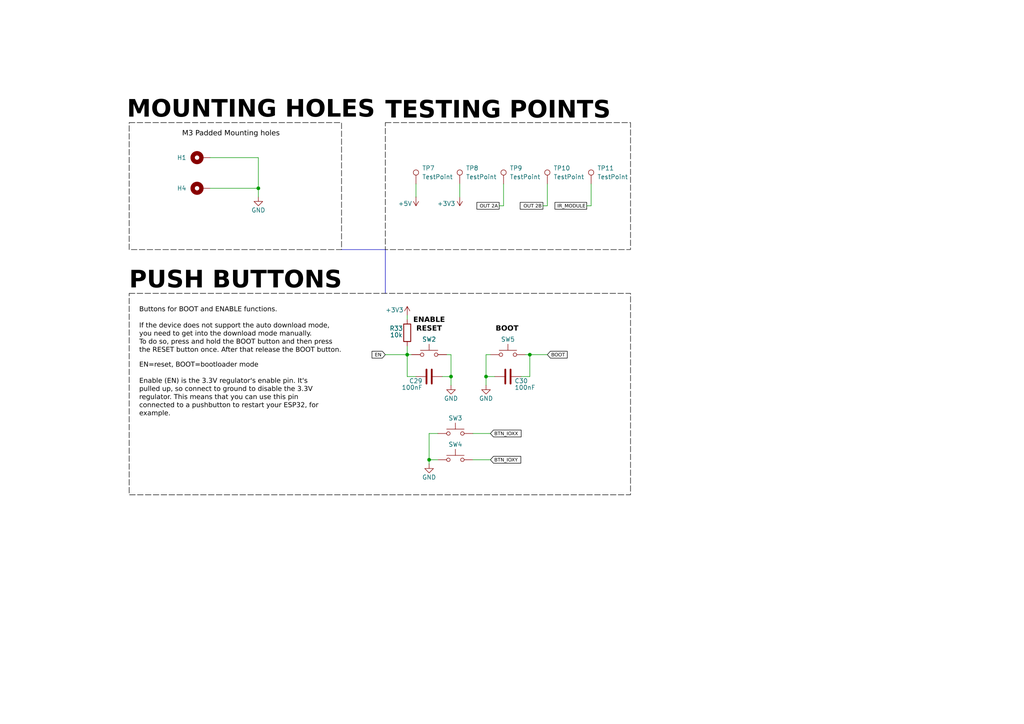
<source format=kicad_sch>
(kicad_sch (version 20250114) (generator "eeschema") (generator_version "9.0")
  (paper "A4")
  (title_block (title "SUMEC_MK_V") (date "2024-08-05") (rev "v.1.0.0") (company "SPS NA PROSEKU") (comment 1 "Made in Prague, Czech Republic") (comment 2 "CONTACT: Savva Popov, savva.popov.sp@gmail.com, +420 605 570 366") (comment 3 "Made by bismarx-v1") (comment 4 "SUMEC MK V aka SMD-V4 board"))
  (lib_symbols
    (symbol "Connector:TestPoint" (pin_numbers (hide yes)) (pin_names (offset 0.762) (hide yes))
      (property "Reference" "TP" (at 0 6.858 0))
      (property "Value" "TestPoint" (at 0 5.08 0))
      (symbol "TestPoint_0_1"
        (circle (center 0 3.302) (radius 0.762))
      )
      (symbol "TestPoint_1_1"
        (pin passive line (at 0 0 90) (length 2.54) (name "1") (number "1"))
      )
    )
    (symbol "Device:C" (pin_numbers (hide yes)) (pin_names (offset 0.254))
      (property "Reference" "C" (at 0.635 2.54 0))
      (property "Value" "C" (at 0.635 -2.54 0))
      (symbol "C_0_1"
        (polyline (pts (xy -2.032 0.762) (xy 2.032 0.762)) (stroke (width 0.508)))
        (polyline (pts (xy -2.032 -0.762) (xy 2.032 -0.762)) (stroke (width 0.508)))
      )
      (symbol "C_1_1"
        (pin passive line (at 0 3.81 270) (length 2.794) (name "~") (number "1"))
        (pin passive line (at 0 -3.81 90) (length 2.794) (name "~") (number "2"))
      )
    )
    (symbol "Device:R" (pin_numbers (hide yes)) (pin_names (offset 0))
      (property "Reference" "R" (at 2.032 0 90))
      (property "Value" "R" (at 0 0 90))
      (symbol "R_0_1"
        (rectangle (start -1.016 -2.54) (end 1.016 2.54) (stroke (width 0.254)))
      )
      (symbol "R_1_1"
        (pin passive line (at 0 3.81 270) (length 1.27) (name "~") (number "1"))
        (pin passive line (at 0 -3.81 90) (length 1.27) (name "~") (number "2"))
      )
    )
    (symbol "Mechanical:MountingHole_Pad" (pin_numbers (hide yes)) (pin_names (offset 1.016) (hide yes))
      (property "Reference" "H" (at 0 6.35 0))
      (property "Value" "MountingHole_Pad" (at 0 4.445 0))
      (symbol "MountingHole_Pad_0_1"
        (circle (center 0 1.27) (radius 1.27) (stroke (width 1.27)))
      )
      (symbol "MountingHole_Pad_1_1"
        (pin input line (at 0 -2.54 90) (length 2.54) (name "1") (number "1"))
      )
    )
    (symbol "Switch:SW_Push" (pin_numbers (hide yes)) (pin_names (offset 1.016) (hide yes))
      (property "Reference" "SW" (at 1.27 2.54 0))
      (property "Value" "SW_Push" (at 0 -1.524 0))
      (symbol "SW_Push_0_1"
        (circle (center -2.032 0) (radius 0.508))
        (polyline (pts (xy 0 1.27) (xy 0 3.048)))
        (circle (center 2.032 0) (radius 0.508))
        (polyline (pts (xy 2.54 1.27) (xy -2.54 1.27)))
        (pin passive line (at -5.08 0 0) (length 2.54) (name "1") (number "1"))
        (pin passive line (at 5.08 0 180) (length 2.54) (name "2") (number "2"))
      )
    )
    (symbol "power:+3V3" (power) (pin_names (offset 0))
      (property "Value" "+3V3" (at 0 3.556 0))
      (symbol "+3V3_0_1"
        (polyline (pts (xy -0.762 1.27) (xy 0 2.54)))
        (polyline (pts (xy 0 2.54) (xy 0.762 1.27)))
        (polyline (pts (xy 0 0) (xy 0 2.54)))
      )
      (symbol "+3V3_1_1"
        (pin power_in line (at 0 0 90) (length 0) (hide yes) (name "+3V3") (number "1"))
      )
    )
    (symbol "power:+5V" (power) (pin_numbers (hide yes)) (pin_names (offset 0) (hide yes))
      (property "Value" "+5V" (at 0 3.556 0))
      (symbol "+5V_0_1"
        (polyline (pts (xy -0.762 1.27) (xy 0 2.54)))
        (polyline (pts (xy 0 2.54) (xy 0.762 1.27)))
        (polyline (pts (xy 0 0) (xy 0 2.54)))
      )
      (symbol "+5V_1_1"
        (pin power_in line (at 0 0 90) (length 0) (name "~") (number "1"))
      )
    )
    (symbol "power:GND" (power) (pin_names (offset 0))
      (property "Value" "GND" (at 0 -3.81 0))
      (symbol "GND_0_1"
        (polyline (pts (xy 0 0) (xy 0 -1.27) (xy 1.27 -1.27) (xy 0 -2.54) (xy -1.27 -1.27) (xy 0 -1.27)))
      )
      (symbol "GND_1_1"
        (pin power_in line (at 0 0 270) (length 0) (hide yes) (name "GND") (number "1"))
      )
    )
  )
  (rectangle (start 111.76 35.56) (end 182.88 72.39) (stroke (width 0) (type dash) (color 0 0 0 1)))
  (rectangle (start 37.465 85.09) (end 182.88 143.51) (stroke (width 0) (type dash) (color 0 0 0 1)))
  (rectangle (start 37.465 35.56) (end 99.06 72.39) (stroke (width 0) (type dash) (color 0 0 0 1)))
  (text "Buttons for BOOT and ENABLE functions.\n\nIf the device does not support the auto download mode,\nyou need to get into the download mode manually. \nTo do so, press and hold the BOOT button and then press \nthe RESET button once. After that release the BOOT button." (at 40.386 102.87 0) (effects (font (size 1.4 1.4) (italic yes)) (justify left bottom)))
  (text "M3 Padded Mounting holes" (at 52.832 40.132 0) (effects (font (size 1.5 1.5) (italic yes)) (justify left bottom)))
  (text "ENABLE\nRESET" (at 124.46 96.774 0) (effects (font (size 1.5 1.5) (thickness 0.254) (bold yes)) (justify bottom)))
  (text "EN=reset, BOOT=bootloader mode\n\nEnable (EN) is the 3.3V regulator's enable pin. It's\npulled up, so connect to ground to disable the 3.3V\nregulator. This means that you can use this pin\nconnected to a pushbutton to restart your ESP32, for\nexample." (at 40.386 121.285 0) (effects (font (size 1.4 1.4) (italic yes)) (justify left bottom)))
  (text "BOOT" (at 147.066 96.774 0) (effects (font (size 1.5 1.5) (bold yes)) (justify bottom)))
  (text "TESTING POINTS" (at 111.76 33.528 0) (effects (font (size 5 5) (thickness 1.2) (bold yes)) (justify left)))
  (text "PUSH BUTTONS" (at 37.465 85.725 0) (effects (font (size 5 5) (bold yes)) (justify left bottom)))
  (text "MOUNTING HOLES" (at 36.83 36.195 0) (effects (font (size 5 5) (bold yes)) (justify left bottom)))
  (junction (at 124.46 133.35))
  (junction (at 140.97 109.22))
  (junction (at 74.93 54.61))
  (junction (at 153.67 102.87))
  (junction (at 118.11 102.87))
  (junction (at 130.81 109.22))
  (wire (pts (xy 124.46 133.35) (xy 127 133.35)))
  (wire (pts (xy 74.93 54.61) (xy 74.93 57.15)))
  (wire (pts (xy 120.65 109.22) (xy 118.11 109.22)))
  (wire (pts (xy 74.93 45.72) (xy 74.93 54.61)))
  (wire (pts (xy 124.46 134.62) (xy 124.46 133.35)))
  (wire (pts (xy 142.24 133.35) (xy 137.16 133.35)))
  (wire (pts (xy 133.35 57.15) (xy 133.35 53.34)))
  (wire (pts (xy 118.11 102.87) (xy 119.38 102.87)))
  (wire (pts (xy 153.67 102.87) (xy 158.75 102.87)))
  (wire (pts (xy 140.97 102.87) (xy 142.24 102.87)))
  (wire (pts (xy 157.48 59.69) (xy 158.75 59.69)))
  (wire (pts (xy 118.11 102.87) (xy 118.11 109.22)))
  (wire (pts (xy 153.67 102.87) (xy 153.67 109.22)))
  (wire (pts (xy 60.96 45.72) (xy 74.93 45.72)))
  (wire (pts (xy 171.45 53.34) (xy 171.45 59.69)))
  (wire (pts (xy 124.46 125.73) (xy 124.46 133.35)))
  (wire (pts (xy 137.16 125.73) (xy 142.24 125.73)))
  (wire (pts (xy 120.65 57.15) (xy 120.65 53.34)))
  (wire (pts (xy 151.13 109.22) (xy 153.67 109.22)))
  (polyline (pts (xy 111.76 72.39) (xy 99.06 72.39)))
  (wire (pts (xy 130.81 102.87) (xy 130.81 109.22)))
  (wire (pts (xy 140.97 102.87) (xy 140.97 109.22)))
  (polyline (pts (xy 111.76 85.09) (xy 111.76 72.39)))
  (wire (pts (xy 130.81 102.87) (xy 129.54 102.87)))
  (wire (pts (xy 140.97 109.22) (xy 143.51 109.22)))
  (wire (pts (xy 124.46 125.73) (xy 127 125.73)))
  (wire (pts (xy 153.67 102.87) (xy 152.4 102.87)))
  (wire (pts (xy 130.81 109.22) (xy 128.27 109.22)))
  (wire (pts (xy 140.97 111.76) (xy 140.97 109.22)))
  (wire (pts (xy 158.75 59.69) (xy 158.75 53.34)))
  (wire (pts (xy 118.11 92.71) (xy 118.11 91.44)))
  (wire (pts (xy 130.81 111.76) (xy 130.81 109.22)))
  (wire (pts (xy 144.78 59.69) (xy 146.05 59.69)))
  (wire (pts (xy 111.76 102.87) (xy 118.11 102.87)))
  (wire (pts (xy 118.11 100.33) (xy 118.11 102.87)))
  (wire (pts (xy 60.96 54.61) (xy 74.93 54.61)))
  (wire (pts (xy 170.18 59.69) (xy 171.45 59.69)))
  (wire (pts (xy 146.05 59.69) (xy 146.05 53.34)))
  (global_label "BTN_IOXX" (shape input) (at 142.24 125.73 0) (effects (font (size 1 1))) (property "Intersheetrefs" "${INTERSHEET_REFS}" (effects (hide yes))))
  (global_label "OUT 2A" (shape passive) (at 144.78 59.69 180) (effects (font (size 1 1))) (property "Intersheetrefs" "${INTERSHEET_REFS}" (effects (hide yes))))
  (global_label "BTN_IOXY" (shape input) (at 142.24 133.35 0) (effects (font (size 1 1))) (property "Intersheetrefs" "${INTERSHEET_REFS}" (effects (hide yes))))
  (global_label "BOOT" (shape input) (at 158.75 102.87 0) (effects (font (size 1 1))) (property "Intersheetrefs" "${INTERSHEET_REFS}" (effects (hide yes))))
  (global_label "EN" (shape input) (at 111.76 102.87 180) (effects (font (size 1 1))) (property "Intersheetrefs" "${INTERSHEET_REFS}" (effects (hide yes))))
  (global_label "OUT 2B" (shape passive) (at 157.48 59.69 180) (effects (font (size 1 1))) (property "Intersheetrefs" "${INTERSHEET_REFS}" (effects (hide yes))))
  (global_label "IR_MODULE" (shape passive) (at 170.18 59.69 180) (effects (font (size 1 1))) (property "Intersheetrefs" "${INTERSHEET_REFS}" (effects (hide yes))))
  (symbol (lib_id "Connector:TestPoint") (at 146.05 53.34 0) (unit 1)
    (property "Reference" "TP9" (at 147.828 48.768 0) (effects (justify left)))
    (property "Value" "TestPoint" (at 147.828 51.308 0) (effects (justify left)))
    (property "Footprint" "TestPoint:TestPoint_Pad_1.0x1.0mm" (effects (hide yes)))
    (property "Description" "test point" (effects (hide yes)))
  )
  (symbol (lib_id "power:+3V3") (at 133.35 57.15 180) (unit 1)
    (property "Reference" "#PWR078" (effects (hide yes)))
    (property "Value" "+3V3" (at 132.08 59.055 0) (effects (justify left)))
  )
  (symbol (lib_id "Device:R") (at 118.11 96.52 180) (unit 1)
    (property "Reference" "R33" (at 114.935 95.25 0))
    (property "Value" "10k" (at 114.935 97.155 0))
    (property "Footprint" "Resistor_SMD:R_0805_2012Metric_Pad1.20x1.40mm_HandSolder" (effects (hide yes)))
  )
  (symbol (lib_id "power:GND") (at 130.81 111.76 0) (mirror y) (unit 1)
    (property "Reference" "#PWR077" (effects (hide yes)))
    (property "Value" "GND" (at 130.81 115.57 0))
  )
  (symbol (lib_id "Device:C") (at 124.46 109.22 90) (unit 1)
    (property "Reference" "C29" (at 122.555 110.49 90) (effects (justify left)))
    (property "Value" "100nF" (at 122.555 112.395 90) (effects (justify left)))
    (property "Footprint" "Capacitor_SMD:C_0805_2012Metric_Pad1.18x1.45mm_HandSolder" (effects (hide yes)))
  )
  (symbol (lib_id "Switch:SW_Push") (at 124.46 102.87 0) (mirror y) (unit 1)
    (property "Reference" "SW2" (at 124.46 98.425 0))
    (property "Value" "SW_Push" (effects (hide yes)))
    (property "Footprint" "sumec_brd:SW_SPST_EVQPE1" (effects (hide yes)))
    (property "Datasheet" "https://cz.mouser.com/ProductDetail/Panasonic/EVQ-PE104K?qs=wX5mvoJE4NGLiYsCBZAptQ%3D%3D" (effects (hide yes)))
  )
  (symbol (lib_id "Switch:SW_Push") (at 132.08 133.35 0) (unit 1)
    (property "Reference" "SW4" (at 132.08 128.905 0))
    (property "Value" "SW_Push" (effects (hide yes)))
    (property "Footprint" "sumec_brd:SW_SPST_EVQPE1" (effects (hide yes)))
  )
  (symbol (lib_id "Connector:TestPoint") (at 171.45 53.34 0) (unit 1)
    (property "Reference" "TP11" (at 173.228 48.768 0) (effects (justify left)))
    (property "Value" "TestPoint" (at 173.228 51.308 0) (effects (justify left)))
    (property "Footprint" "TestPoint:TestPoint_Pad_1.0x1.0mm" (effects (hide yes)))
    (property "Description" "test point" (effects (hide yes)))
  )
  (symbol (lib_id "Device:C") (at 147.32 109.22 270) (mirror x) (unit 1)
    (property "Reference" "C30" (at 149.225 110.49 90) (effects (justify left)))
    (property "Value" "100nF" (at 149.225 112.395 90) (effects (justify left)))
    (property "Footprint" "Capacitor_SMD:C_0805_2012Metric_Pad1.18x1.45mm_HandSolder" (effects (hide yes)))
  )
  (symbol (lib_id "Mechanical:MountingHole_Pad") (at 58.42 54.61 90) (unit 1) (in_bom no)
    (property "Reference" "H4" (at 52.705 54.61 90))
    (property "Value" "Mounting Hole M3" (effects (hide yes)))
    (property "Footprint" "MountingHole:MountingHole_3.2mm_M3_Pad_Via" (effects (hide yes)))
    (property "Description" "Mounting Hole with connection" (effects (hide yes)))
  )
  (symbol (lib_id "power:GND") (at 124.46 134.62 0) (mirror y) (unit 1)
    (property "Reference" "#PWR083" (effects (hide yes)))
    (property "Value" "GND" (at 124.46 138.43 0))
  )
  (symbol (lib_id "Connector:TestPoint") (at 158.75 53.34 0) (unit 1)
    (property "Reference" "TP10" (at 160.528 48.768 0) (effects (justify left)))
    (property "Value" "TestPoint" (at 160.528 51.308 0) (effects (justify left)))
    (property "Footprint" "TestPoint:TestPoint_Pad_1.0x1.0mm" (effects (hide yes)))
    (property "Description" "test point" (effects (hide yes)))
  )
  (symbol (lib_id "Switch:SW_Push") (at 147.32 102.87 0) (unit 1)
    (property "Reference" "SW5" (at 147.32 98.425 0))
    (property "Value" "SW_Push" (effects (hide yes)))
    (property "Footprint" "sumec_brd:SW_SPST_EVQPE1" (effects (hide yes)))
  )
  (symbol (lib_id "Switch:SW_Push") (at 132.08 125.73 0) (unit 1)
    (property "Reference" "SW3" (at 132.08 121.285 0))
    (property "Value" "SW_Push" (effects (hide yes)))
    (property "Footprint" "sumec_brd:SW_SPST_EVQPE1" (effects (hide yes)))
  )
  (symbol (lib_id "Connector:TestPoint") (at 133.35 53.34 0) (unit 1)
    (property "Reference" "TP8" (at 135.128 48.768 0) (effects (justify left)))
    (property "Value" "TestPoint" (at 135.128 51.308 0) (effects (justify left)))
    (property "Footprint" "TestPoint:TestPoint_Pad_1.0x1.0mm" (effects (hide yes)))
    (property "Description" "test point" (effects (hide yes)))
  )
  (symbol (lib_id "power:+3V3") (at 118.11 91.44 0) (unit 1)
    (property "Reference" "#PWR074" (effects (hide yes)))
    (property "Value" "+3V3" (at 111.76 89.916 0) (effects (justify left)))
  )
  (symbol (lib_id "power:GND") (at 74.93 57.15 0) (unit 1)
    (property "Reference" "#PWR073" (effects (hide yes)))
    (property "Value" "GND" (at 74.93 60.96 0))
    (property "Description" "Power symbol creates a global label with name \"GND\" , ground" (effects (hide yes)))
  )
  (symbol (lib_id "Mechanical:MountingHole_Pad") (at 58.42 45.72 90) (unit 1) (in_bom no)
    (property "Reference" "H1" (at 52.705 45.72 90))
    (property "Value" "Mounting Hole M3" (effects (hide yes)))
    (property "Footprint" "MountingHole:MountingHole_3.2mm_M3_Pad_Via" (effects (hide yes)))
    (property "Description" "Mounting Hole with connection" (effects (hide yes)))
  )
  (symbol (lib_id "Connector:TestPoint") (at 120.65 53.34 0) (unit 1)
    (property "Reference" "TP7" (at 122.428 48.768 0) (effects (justify left)))
    (property "Value" "TestPoint" (at 122.428 51.308 0) (effects (justify left)))
    (property "Footprint" "TestPoint:TestPoint_Pad_1.0x1.0mm" (effects (hide yes)))
    (property "Description" "test point" (effects (hide yes)))
  )
  (symbol (lib_id "power:GND") (at 140.97 111.76 0) (unit 1)
    (property "Reference" "#PWR079" (effects (hide yes)))
    (property "Value" "GND" (at 140.97 115.57 0))
  )
  (symbol (lib_id "power:+5V") (at 120.65 57.15 180) (unit 1)
    (property "Reference" "#PWR075" (effects (hide yes)))
    (property "Value" "+5V" (at 117.475 59.055 0))
    (property "Description" "Power symbol creates a global label with name \"+5V\"" (effects (hide yes)))
  )
)
</source>
